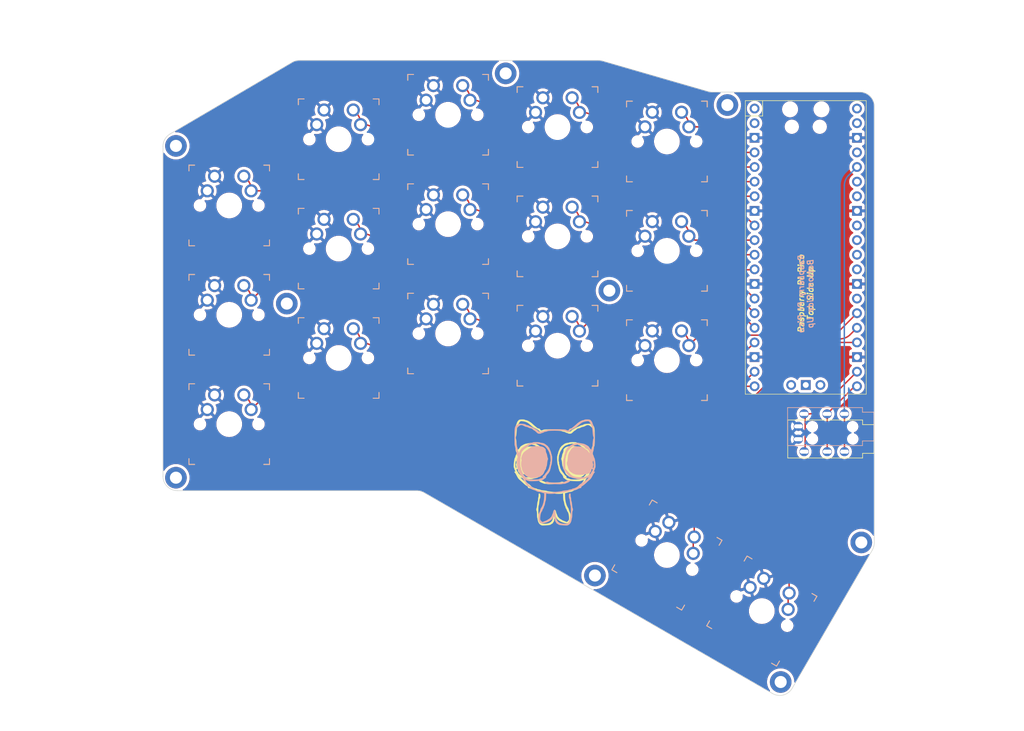
<source format=kicad_pcb>
(kicad_pcb (version 20240108) (generator "pcbnew") (generator_version "8.0")
  (title_block (title "Eobard Split Keyboard") (date "2024-11-07") (rev "1.0") (company "by primevivian"))
  (layers (0 "F.Cu" signal) (31 "B.Cu" signal) (34 "B.Paste" user) (35 "F.Paste" user) (36 "B.SilkS" user "B.Silkscreen") (37 "F.SilkS" user "F.Silkscreen") (38 "B.Mask" user) (39 "F.Mask" user) (44 "Edge.Cuts" user))
  (net 0 "")
  (net 1 "SW1")
  (net 2 "SW2")
  (net 3 "SW3")
  (net 4 "SW4")
  (net 5 "SW5")
  (net 6 "SW6")
  (net 7 "SW7")
  (net 8 "SW8")
  (net 9 "SW9")
  (net 10 "SW10")
  (net 11 "SW11")
  (net 12 "SW12")
  (net 13 "SW13")
  (net 14 "SW14")
  (net 15 "SW15")
  (net 16 "SW16")
  (net 17 "SW17")
  (net 18 "GND")
  (net 19 "UART RX")
  (net 20 "UART TX")
  (net 21 "VCC")
  (footprint "keyswitches:SW_MX_reversible" (layer "F.Cu") (at 109.5 52.695)
    (property "Reference" "SW2" (hide yes))
    (property "Value" "SW_SPST")
    (pad "" np_thru_hole circle (at -5.08 0) (size 1.7018 1.7018) (drill 1.7018) (layers "*.Cu" "*.Mask"))
    (pad "" np_thru_hole circle (at 0 0) (size 3.9878 3.9878) (drill 3.9878) (layers "*.Cu" "*.Mask"))
    (pad "" np_thru_hole circle (at 5.08 0) (size 1.7018 1.7018) (drill 1.7018) (layers "*.Cu" "*.Mask"))
    (pad "1" thru_hole circle (at -3.81 -2.54) (size 2.286 2.286) (drill 1.4986) (layers "*.Cu" "*.Mask") (net 18 "GND"))
    (pad "1" thru_hole circle (at -2.54 -5.08) (size 2.286 2.286) (drill 1.4986) (layers "*.Cu" "*.Mask") (net 18 "GND"))
    (pad "2" thru_hole circle (at 2.54 -5.08) (size 2.286 2.286) (drill 1.4986) (layers "*.Cu" "*.Mask") (net 2 "SW2"))
    (pad "2" thru_hole circle (at 3.81 -2.54) (size 2.286 2.286) (drill 1.4986) (layers "*.Cu" "*.Mask") (net 2 "SW2"))
  )
  (footprint "keyswitches:SW_MX_reversible" (layer "F.Cu") (at 128.5 67.445)
    (property "Reference" "SW8" (hide yes))
    (property "Value" "SW_SPST")
    (pad "" np_thru_hole circle (at -5.08 0) (size 1.7018 1.7018) (drill 1.7018) (layers "*.Cu" "*.Mask"))
    (pad "" np_thru_hole circle (at 0 0) (size 3.9878 3.9878) (drill 3.9878) (layers "*.Cu" "*.Mask"))
    (pad "" np_thru_hole circle (at 5.08 0) (size 1.7018 1.7018) (drill 1.7018) (layers "*.Cu" "*.Mask"))
    (pad "1" thru_hole circle (at -3.81 -2.54) (size 2.286 2.286) (drill 1.4986) (layers "*.Cu" "*.Mask") (net 18 "GND"))
    (pad "1" thru_hole circle (at -2.54 -5.08) (size 2.286 2.286) (drill 1.4986) (layers "*.Cu" "*.Mask") (net 18 "GND"))
    (pad "2" thru_hole circle (at 2.54 -5.08) (size 2.286 2.286) (drill 1.4986) (layers "*.Cu" "*.Mask") (net 8 "SW8"))
    (pad "2" thru_hole circle (at 3.81 -2.54) (size 2.286 2.286) (drill 1.4986) (layers "*.Cu" "*.Mask") (net 8 "SW8"))
  )
  (footprint "keyswitches:SW_MX_reversible" (layer "F.Cu") (at 109.5 71.695)
    (property "Reference" "SW7" (hide yes))
    (property "Value" "SW_SPST")
    (pad "" np_thru_hole circle (at -5.08 0) (size 1.7018 1.7018) (drill 1.7018) (layers "*.Cu" "*.Mask"))
    (pad "" np_thru_hole circle (at 0 0) (size 3.9878 3.9878) (drill 3.9878) (layers "*.Cu" "*.Mask"))
    (pad "" np_thru_hole circle (at 5.08 0) (size 1.7018 1.7018) (drill 1.7018) (layers "*.Cu" "*.Mask"))
    (pad "1" thru_hole circle (at -3.81 -2.54) (size 2.286 2.286) (drill 1.4986) (layers "*.Cu" "*.Mask") (net 18 "GND"))
    (pad "1" thru_hole circle (at -2.54 -5.08) (size 2.286 2.286) (drill 1.4986) (layers "*.Cu" "*.Mask") (net 18 "GND"))
    (pad "2" thru_hole circle (at 2.54 -5.08) (size 2.286 2.286) (drill 1.4986) (layers "*.Cu" "*.Mask") (net 7 "SW7"))
    (pad "2" thru_hole circle (at 3.81 -2.54) (size 2.286 2.286) (drill 1.4986) (layers "*.Cu" "*.Mask") (net 7 "SW7"))
  )
  (footprint "keyswitches:SW_MX_reversible" (layer "F.Cu") (at 166.5 91.08)
    (property "Reference" "SW15" (hide yes))
    (property "Value" "SW_SPST")
    (pad "" np_thru_hole circle (at -5.08 0) (size 1.7018 1.7018) (drill 1.7018) (layers "*.Cu" "*.Mask"))
    (pad "" np_thru_hole circle (at 0 0) (size 3.9878 3.9878) (drill 3.9878) (layers "*.Cu" "*.Mask"))
    (pad "" np_thru_hole circle (at 5.08 0) (size 1.7018 1.7018) (drill 1.7018) (layers "*.Cu" "*.Mask"))
    (pad "1" thru_hole circle (at -3.81 -2.54) (size 2.286 2.286) (drill 1.4986) (layers "*.Cu" "*.Mask") (net 18 "GND"))
    (pad "1" thru_hole circle (at -2.54 -5.08) (size 2.286 2.286) (drill 1.4986) (layers "*.Cu" "*.Mask") (net 18 "GND"))
    (pad "2" thru_hole circle (at 2.54 -5.08) (size 2.286 2.286) (drill 1.4986) (layers "*.Cu" "*.Mask") (net 15 "SW15"))
    (pad "2" thru_hole circle (at 3.81 -2.54) (size 2.286 2.286) (drill 1.4986) (layers "*.Cu" "*.Mask") (net 15 "SW15"))
  )
  (footprint "keyswitches:SW_MX_reversible" (layer "F.Cu") (at 147.5 88.57)
    (property "Reference" "SW14" (hide yes))
    (property "Value" "SW_SPST")
    (pad "" np_thru_hole circle (at -5.08 0) (size 1.7018 1.7018) (drill 1.7018) (layers "*.Cu" "*.Mask"))
    (pad "" np_thru_hole circle (at 0 0) (size 3.9878 3.9878) (drill 3.9878) (layers "*.Cu" "*.Mask"))
    (pad "" np_thru_hole circle (at 5.08 0) (size 1.7018 1.7018) (drill 1.7018) (layers "*.Cu" "*.Mask"))
    (pad "1" thru_hole circle (at -3.81 -2.54) (size 2.286 2.286) (drill 1.4986) (layers "*.Cu" "*.Mask") (net 18 "GND"))
    (pad "1" thru_hole circle (at -2.54 -5.08) (size 2.286 2.286) (drill 1.4986) (layers "*.Cu" "*.Mask") (net 18 "GND"))
    (pad "2" thru_hole circle (at 2.54 -5.08) (size 2.286 2.286) (drill 1.4986) (layers "*.Cu" "*.Mask") (net 14 "SW14"))
    (pad "2" thru_hole circle (at 3.81 -2.54) (size 2.286 2.286) (drill 1.4986) (layers "*.Cu" "*.Mask") (net 14 "SW14"))
  )
  (footprint "keyswitches:SW_MX_reversible" (layer "F.Cu") (at 147.5 50.57)
    (property "Reference" "SW4" (hide yes))
    (property "Value" "SW_SPST")
    (pad "" np_thru_hole circle (at -5.08 0) (size 1.7018 1.7018) (drill 1.7018) (layers "*.Cu" "*.Mask"))
    (pad "" np_thru_hole circle (at 0 0) (size 3.9878 3.9878) (drill 3.9878) (layers "*.Cu" "*.Mask"))
    (pad "" np_thru_hole circle (at 5.08 0) (size 1.7018 1.7018) (drill 1.7018) (layers "*.Cu" "*.Mask"))
    (pad "1" thru_hole circle (at -3.81 -2.54) (size 2.286 2.286) (drill 1.4986) (layers "*.Cu" "*.Mask") (net 18 "GND"))
    (pad "1" thru_hole circle (at -2.54 -5.08) (size 2.286 2.286) (drill 1.4986) (layers "*.Cu" "*.Mask") (net 18 "GND"))
    (pad "2" thru_hole circle (at 2.54 -5.08) (size 2.286 2.286) (drill 1.4986) (layers "*.Cu" "*.Mask") (net 4 "SW4"))
    (pad "2" thru_hole circle (at 3.81 -2.54) (size 2.286 2.286) (drill 1.4986) (layers "*.Cu" "*.Mask") (net 4 "SW4"))
  )
  (footprint "keyswitches:SW_MX_reversible" (layer "F.Cu") (at 147.5 69.57)
    (property "Reference" "SW9" (hide yes))
    (property "Value" "SW_SPST")
    (pad "" np_thru_hole circle (at -5.08 0) (size 1.7018 1.7018) (drill 1.7018) (layers "*.Cu" "*.Mask"))
    (pad "" np_thru_hole circle (at 0 0) (size 3.9878 3.9878) (drill 3.9878) (layers "*.Cu" "*.Mask"))
    (pad "" np_thru_hole circle (at 5.08 0) (size 1.7018 1.7018) (drill 1.7018) (layers "*.Cu" "*.Mask"))
    (pad "1" thru_hole circle (at -3.81 -2.54) (size 2.286 2.286) (drill 1.4986) (layers "*.Cu" "*.Mask") (net 18 "GND"))
    (pad "1" thru_hole circle (at -2.54 -5.08) (size 2.286 2.286) (drill 1.4986) (layers "*.Cu" "*.Mask") (net 18 "GND"))
    (pad "2" thru_hole circle (at 2.54 -5.08) (size 2.286 2.286) (drill 1.4986) (layers "*.Cu" "*.Mask") (net 9 "SW9"))
    (pad "2" thru_hole circle (at 3.81 -2.54) (size 2.286 2.286) (drill 1.4986) (layers "*.Cu" "*.Mask") (net 9 "SW9"))
  )
  (footprint "PJ-320A_Library:PJ-320A" (layer "F.Cu") (at 202.477 106.975 180)
    (property "Reference" "J1" (hide yes))
    (property "Value" "UART JACK LEFT")
    (pad "" np_thru_hole circle (at 3.7 2.2 180) (size 1.5 1.5) (drill 1.5) (layers "*.Cu"))
    (pad "" np_thru_hole circle (at 10.7 2.2 180) (size 1.5 1.5) (drill 1.5) (layers "*.Cu"))
    (pad "R1" thru_hole circle (at 12.15 0 180) (size 1.6 1.6) (drill oval 1.5 0.7) (layers "*.Cu" "*.Mask") (net 20 "UART TX"))
    (pad "R2" thru_hole circle (at 8.15 0 180) (size 1.6 1.6) (drill oval 1.5 0.7) (layers "*.Cu" "*.Mask") (net 19 "UART RX"))
    (pad "S" thru_hole circle (at 5.15 0 180) (size 1.6 1.6) (drill oval 1.5 0.7) (layers "*.Cu" "*.Mask") (net 21 "VCC"))
    (pad "T" thru_hole circle (at 13.15 4.4 180) (size 1.6 1.6) (drill oval 1.5 0.7) (layers "*.Cu" "*.Mask") (net 18 "GND"))
  )
  (footprint "keyswitches:SW_MX_reversible" (layer "F.Cu") (at 182.976 134.673 -30)
    (property "Reference" "SW17" (hide yes))
    (property "Value" "SW_SPST")
    (pad "" np_thru_hole circle (at -5.08 0 330) (size 1.7018 1.7018) (drill 1.7018) (layers "*.Cu" "*.Mask"))
    (pad "" np_thru_hole circle (at 0 0 330) (size 3.9878 3.9878) (drill 3.9878) (layers "*.Cu" "*.Mask"))
    (pad "" np_thru_hole circle (at 5.08 0 330) (size 1.7018 1.7018) (drill 1.7018) (layers "*.Cu" "*.Mask"))
    (pad "1" thru_hole circle (at -3.81 -2.54 330) (size 2.286 2.286) (drill 1.4986) (layers "*.Cu" "*.Mask") (net 18 "GND"))
    (pad "1" thru_hole circle (at -2.54 -5.08 330) (size 2.286 2.286) (drill 1.4986) (layers "*.Cu" "*.Mask") (net 18 "GND"))
    (pad "2" thru_hole circle (at 2.54 -5.08 330) (size 2.286 2.286) (drill 1.4986) (layers "*.Cu" "*.Mask") (net 17 "SW17"))
    (pad "2" thru_hole circle (at 3.81 -2.540001 330) (size 2.286 2.286) (drill 1.4986) (layers "*.Cu" "*.Mask") (net 17 "SW17"))
  )
  (footprint "keyswitches:SW_MX_reversible" (layer "F.Cu") (at 90.5 64.195)
    (property "Reference" "SW1" (hide yes))
    (property "Value" "SW_SPST")
    (pad "" np_thru_hole circle (at -5.08 0) (size 1.7018 1.7018) (drill 1.7018) (layers "*.Cu" "*.Mask"))
    (pad "" np_thru_hole circle (at 0 0) (size 3.9878 3.9878) (drill 3.9878) (layers "*.Cu" "*.Mask"))
    (pad "" np_thru_hole circle (at 5.08 0) (size 1.7018 1.7018) (drill 1.7018) (layers "*.Cu" "*.Mask"))
    (pad "1" thru_hole circle (at -3.81 -2.54) (size 2.286 2.286) (drill 1.4986) (layers "*.Cu" "*.Mask") (net 18 "GND"))
    (pad "1" thru_hole circle (at -2.54 -5.08) (size 2.286 2.286) (drill 1.4986) (layers "*.Cu" "*.Mask") (net 18 "GND"))
    (pad "2" thru_hole circle (at 2.54 -5.08) (size 2.286 2.286) (drill 1.4986) (layers "*.Cu" "*.Mask") (net 1 "SW1"))
    (pad "2" thru_hole circle (at 3.81 -2.54) (size 2.286 2.286) (drill 1.4986) (layers "*.Cu" "*.Mask") (net 1 "SW1"))
  )
  (footprint "keyswitches:SW_MX_reversible" (layer "F.Cu") (at 90.5 83.195)
    (property "Reference" "SW6" (hide yes))
    (property "Value" "SW_SPST")
    (pad "" np_thru_hole circle (at -5.08 0) (size 1.7018 1.7018) (drill 1.7018) (layers "*.Cu" "*.Mask"))
    (pad "" np_thru_hole circle (at 0 0) (size 3.9878 3.9878) (drill 3.9878) (layers "*.Cu" "*.Mask"))
    (pad "" np_thru_hole circle (at 5.08 0) (size 1.7018 1.7018) (drill 1.7018) (layers "*.Cu" "*.Mask"))
    (pad "1" thru_hole circle (at -3.81 -2.54) (size 2.286 2.286) (drill 1.4986) (layers "*.Cu" "*.Mask") (net 18 "GND"))
    (pad "1" thru_hole circle (at -2.54 -5.08) (size 2.286 2.286) (drill 1.4986) (layers "*.Cu" "*.Mask") (net 18 "GND"))
    (pad "2" thru_hole circle (at 2.54 -5.08) (size 2.286 2.286) (drill 1.4986) (layers "*.Cu" "*.Mask") (net 6 "SW6"))
    (pad "2" thru_hole circle (at 3.81 -2.54) (size 2.286 2.286) (drill 1.4986) (layers "*.Cu" "*.Mask") (net 6 "SW6"))
  )
  (footprint "keyswitches:SW_MX_reversible" (layer "F.Cu") (at 109.5 90.695)
    (property "Reference" "SW12" (hide yes))
    (property "Value" "SW_SPST")
    (pad "" np_thru_hole circle (at -5.08 0) (size 1.7018 1.7018) (drill 1.7018) (layers "*.Cu" "*.Mask"))
    (pad "" np_thru_hole circle (at 0 0) (size 3.9878 3.9878) (drill 3.9878) (layers "*.Cu" "*.Mask"))
    (pad "" np_thru_hole circle (at 5.08 0) (size 1.7018 1.7018) (drill 1.7018) (layers "*.Cu" "*.Mask"))
    (pad "1" thru_hole circle (at -3.81 -2.54) (size 2.286 2.286) (drill 1.4986) (layers "*.Cu" "*.Mask") (net 18 "GND"))
    (pad "1" thru_hole circle (at -2.54 -5.08) (size 2.286 2.286) (drill 1.4986) (layers "*.Cu" "*.Mask") (net 18 "GND"))
    (pad "2" thru_hole circle (at 2.54 -5.08) (size 2.286 2.286) (drill 1.4986) (layers "*.Cu" "*.Mask") (net 12 "SW12"))
    (pad "2" thru_hole circle (at 3.81 -2.54) (size 2.286 2.286) (drill 1.4986) (layers "*.Cu" "*.Mask") (net 12 "SW12"))
  )
  (footprint "keyswitches:SW_MX_reversible" (layer "F.Cu") (at 166.5 72.08)
    (property "Reference" "SW10" (hide yes))
    (property "Value" "SW_SPST")
    (pad "" np_thru_hole circle (at -5.08 0) (size 1.7018 1.7018) (drill 1.7018) (layers "*.Cu" "*.Mask"))
    (pad "" np_thru_hole circle (at 0 0) (size 3.9878 3.9878) (drill 3.9878) (layers "*.Cu" "*.Mask"))
    (pad "" np_thru_hole circle (at 5.08 0) (size 1.7018 1.7018) (drill 1.7018) (layers "*.Cu" "*.Mask"))
    (pad "1" thru_hole circle (at -3.81 -2.54) (size 2.286 2.286) (drill 1.4986) (layers "*.Cu" "*.Mask") (net 18 "GND"))
    (pad "1" thru_hole circle (at -2.54 -5.08) (size 2.286 2.286) (drill 1.4986) (layers "*.Cu" "*.Mask") (net 18 "GND"))
    (pad "2" thru_hole circle (at 2.54 -5.08) (size 2.286 2.286) (drill 1.4986) (layers "*.Cu" "*.Mask") (net 10 "SW10"))
    (pad "2" thru_hole circle (at 3.81 -2.54) (size 2.286 2.286) (drill 1.4986) (layers "*.Cu" "*.Mask") (net 10 "SW10"))
  )
  (footprint "keyswitches:SW_MX_reversible" (layer "F.Cu") (at 128.5 86.445)
    (property "Reference" "SW13" (hide yes))
    (property "Value" "SW_SPST")
    (pad "" np_thru_hole circle (at -5.08 0) (size 1.7018 1.7018) (drill 1.7018) (layers "*.Cu" "*.Mask"))
    (pad "" np_thru_hole circle (at 0 0) (size 3.9878 3.9878) (drill 3.9878) (layers "*.Cu" "*.Mask"))
    (pad "" np_thru_hole circle (at 5.08 0) (size 1.7018 1.7018) (drill 1.7018) (layers "*.Cu" "*.Mask"))
    (pad "1" thru_hole circle (at -3.81 -2.54) (size 2.286 2.286) (drill 1.4986) (layers "*.Cu" "*.Mask") (net 18 "GND"))
    (pad "1" thru_hole circle (at -2.54 -5.08) (size 2.286 2.286) (drill 1.4986) (layers "*.Cu" "*.Mask") (net 18 "GND"))
    (pad "2" thru_hole circle (at 2.54 -5.08) (size 2.286 2.286) (drill 1.4986) (layers "*.Cu" "*.Mask") (net 13 "SW13"))
    (pad "2" thru_hole circle (at 3.81 -2.54) (size 2.286 2.286) (drill 1.4986) (layers "*.Cu" "*.Mask") (net 13 "SW13"))
  )
  (footprint "Eobard-SVG-Files:ADHD-Creature" (layer "F.Cu") (at 147 110)
    (property "Reference" "G***" (hide yes))
    (property "Value" "LOGO" (hide yes))
  )
  (footprint "MCU_RaspberryPi_and_Boards:RPi_Pico_SMD_TH" (layer "F.Cu") (at 190.61 71.49)
    (property "Reference" "U1" (hide yes))
    (property "Value" "Pico")
    (pad "" np_thru_hole oval (at -2.725 -24) (size 1.8 1.8) (drill 1.8) (layers "*.Cu" "*.Mask"))
    (pad "" np_thru_hole oval (at -2.425 -20.97) (size 1.5 1.5) (drill 1.5) (layers "*.Cu" "*.Mask"))
    (pad "" np_thru_hole oval (at 2.425 -20.97) (size 1.5 1.5) (drill 1.5) (layers "*.Cu" "*.Mask"))
    (pad "" np_thru_hole oval (at 2.725 -24) (size 1.8 1.8) (drill 1.8) (layers "*.Cu" "*.Mask"))
    (pad "1" thru_hole oval (at -8.89 -24.13) (size 1.7 1.7) (drill 1.02) (layers "*.Cu" "*.Mask"))
    (pad "2" thru_hole oval (at -8.89 -21.59) (size 1.7 1.7) (drill 1.02) (layers "*.Cu" "*.Mask"))
    (pad "3" thru_hole rect (at -8.89 -19.05) (size 1.7 1.7) (drill 1.02) (layers "*.Cu" "*.Mask") (net 18 "GND"))
    (pad "4" thru_hole oval (at -8.89 -16.51) (size 1.7 1.7) (drill 1.02) (layers "*.Cu" "*.Mask") (net 5 "SW5"))
    (pad "5" thru_hole oval (at -8.89 -13.97) (size 1.7 1.7) (drill 1.02) (layers "*.Cu" "*.Mask") (net 4 "SW4"))
    (pad "6" thru_hole oval (at -8.89 -11.43) (size 1.7 1.7) (drill 1.02) (layers "*.Cu" "*.Mask") (net 3 "SW3"))
    (pad "7" thru_hole oval (at -8.89 -8.89) (size 1.7 1.7) (drill 1.02) (layers "*.Cu" "*.Mask") (net 2 "SW2"))
    (pad "8" thru_hole rect (at -8.89 -6.35) (size 1.7 1.7) (drill 1.02) (layers "*.Cu" "*.Mask") (net 18 "GND"))
    (pad "9" thru_hole oval (at -8.89 -3.81) (size 1.7 1.7) (drill 1.02) (layers "*.Cu" "*.Mask") (net 1 "SW1"))
    (pad "10" thru_hole oval (at -8.89 -1.27) (size 1.7 1.7) (drill 1.02) (layers "*.Cu" "*.Mask") (net 10 "SW10"))
    (pad "11" thru_hole oval (at -8.89 1.27) (size 1.7 1.7) (drill 1.02) (layers "*.Cu" "*.Mask") (net 9 "SW9"))
    (pad "12" thru_hole oval (at -8.89 3.81) (size 1.7 1.7) (drill 1.02) (layers "*.Cu" "*.Mask") (net 8 "SW8"))
    (pad "13" thru_hole rect (at -8.89 6.35) (size 1.7 1.7) (drill 1.02) (layers "*.Cu" "*.Mask") (net 18 "GND"))
    (pad "14" thru_hole oval (at -8.89 8.89) (size 1.7 1.7) (drill 1.02) (layers "*.Cu" "*.Mask") (net 7 "SW7"))
    (pad "15" thru_hole oval (at -8.89 11.43) (size 1.7 1.7) (drill 1.02) (layers "*.Cu" "*.Mask") (net 6 "SW6"))
    (pad "16" thru_hole oval (at -8.89 13.97) (size 1.7 1.7) (drill 1.02) (layers "*.Cu" "*.Mask") (net 14 "SW14"))
    (pad "17" thru_hole oval (at -8.89 16.51) (size 1.7 1.7) (drill 1.02) (layers "*.Cu" "*.Mask") (net 13 "SW13"))
    (pad "18" thru_hole rect (at -8.89 19.05) (size 1.7 1.7) (drill 1.02) (layers "*.Cu" "*.Mask") (net 18 "GND"))
    (pad "19" thru_hole oval (at -8.89 21.59) (size 1.7 1.7) (drill 1.02) (layers "*.Cu" "*.Mask") (net 12 "SW12"))
    (pad "20" thru_hole oval (at -8.89 24.13) (size 1.7 1.7) (drill 1.02) (layers "*.Cu" "*.Mask") (net 11 "SW11"))
    (pad "21" thru_hole oval (at 8.89 24.13) (size 1.7 1.7) (drill 1.02) (layers "*.Cu" "*.Mask") (net 19 "UART RX"))
    (pad "22" thru_hole oval (at 8.89 21.59) (size 1.7 1.7) (drill 1.02) (layers "*.Cu" "*.Mask") (net 20 "UART TX"))
    (pad "23" thru_hole rect (at 8.89 19.05) (size 1.7 1.7) (drill 1.02) (layers "*.Cu" "*.Mask") (net 18 "GND"))
    (pad "24" thru_hole oval (at 8.89 16.51) (size 1.7 1.7) (drill 1.02) (layers "*.Cu" "*.Mask") (net 17 "SW17"))
    (pad "25" thru_hole oval (at 8.89 13.97) (size 1.7 1.7) (drill 1.02) (layers "*.Cu" "*.Mask") (net 16 "SW16"))
    (pad "26" thru_hole oval (at 8.89 11.43) (size 1.7 1.7) (drill 1.02) (layers "*.Cu" "*.Mask") (net 15 "SW15"))
    (pad "27" thru_hole oval (at 8.89 8.89) (size 1.7 1.7) (drill 1.02) (layers "*.Cu" "*.Mask"))
    (pad "28" thru_hole rect (at 8.89 6.35) (size 1.7 1.7) (drill 1.02) (layers "*.Cu" "*.Mask") (net 18 "GND"))
    (pad "29" thru_hole oval (at 8.89 3.81) (size 1.7 1.7) (drill 1.02) (layers "*.Cu" "*.Mask"))
    (pad "30" thru_hole oval (at 8.89 1.27) (size 1.7 1.7) (drill 1.02) (layers "*.Cu" "*.Mask"))
    (pad "31" thru_hole oval (at 8.89 -1.27) (size 1.7 1.7) (drill 1.02) (layers "*.Cu" "*.Mask"))
    (pad "32" thru_hole oval (at 8.89 -3.81) (size 1.7 1.7) (drill 1.02) (layers "*.Cu" "*.Mask"))
    (pad "33" thru_hole rect (at 8.89 -6.35) (size 1.7 1.7) (drill 1.02) (layers "*.Cu" "*.Mask") (net 18 "GND"))
    (pad "34" thru_hole oval (at 8.89 -8.89) (size 1.7 1.7) (drill 1.02) (layers "*.Cu" "*.Mask"))
    (pad "35" thru_hole oval (at 8.89 -11.43) (size 1.7 1.7) (drill 1.02) (layers "*.Cu" "*.Mask"))
    (pad "36" thru_hole oval (at 8.89 -13.97) (size 1.7 1.7) (drill 1.02) (layers "*.Cu" "*.Mask") (net 21 "VCC"))
    (pad "37" thru_hole oval (at 8.89 -16.51) (size 1.7 1.7) (drill 1.02) (layers "*.Cu" "*.Mask"))
    (pad "38" thru_hole rect (at 8.89 -19.05) (size 1.7 1.7) (drill 1.02) (layers "*.Cu" "*.Mask") (net 18 "GND"))
    (pad "39" thru_hole oval (at 8.89 -21.59) (size 1.7 1.7) (drill 1.02) (layers "*.Cu" "*.Mask"))
    (pad "40" thru_hole oval (at 8.89 -24.13) (size 1.7 1.7) (drill 1.02) (layers "*.Cu" "*.Mask"))
    (pad "41" thru_hole oval (at -2.54 23.9) (size 1.7 1.7) (drill 1.02) (layers "*.Cu" "*.Mask"))
    (pad "42" thru_hole rect (at 0 23.9) (size 1.7 1.7) (drill 1.02) (layers "*.Cu" "*.Mask"))
    (pad "43" thru_hole oval (at 2.54 23.9) (size 1.7 1.7) (drill 1.02) (layers "*.Cu" "*.Mask"))
  )
  (footprint "keyswitches:SW_MX_reversible" (layer "F.Cu") (at 166.5 124.94 -30)
    (property "Reference" "SW16" (hide yes))
    (property "Value" "SW_SPST")
    (pad "" np_thru_hole circle (at -5.08 0 330) (size 1.7018 1.7018) (drill 1.7018) (layers "*.Cu" "*.Mask"))
    (pad "" np_thru_hole circle (at 0 0 330) (size 3.9878 3.9878) (drill 3.9878) (layers "*.Cu" "*.Mask"))
    (pad "" np_thru_hole circle (at 5.08 0 330) (size 1.7018 1.7018) (drill 1.7018) (layers "*.Cu" "*.Mask"))
    (pad "1" thru_hole circle (at -3.81 -2.54 330) (size 2.286 2.286) (drill 1.4986) (layers "*.Cu" "*.Mask") (net 18 "GND"))
    (pad "1" thru_hole circle (at -2.54 -5.08 330) (size 2.286 2.286) (drill 1.4986) (layers "*.Cu" "*.Mask") (net 18 "GND"))
    (pad "2" thru_hole circle (at 2.54 -5.08 330) (size 2.286 2.286) (drill 1.4986) (layers "*.Cu" "*.Mask") (net 16 "SW16"))
    (pad "2" thru_hole circle (at 3.81 -2.540001 330) (size 2.286 2.286) (drill 1.4986) (layers "*.Cu" "*.Mask") (net 16 "SW16"))
  )
  (footprint "keyswitches:SW_MX_reversible" (layer "F.Cu") (at 90.5 102.195)
    (property "Reference" "SW11" (hide yes))
    (property "Value" "SW_SPST")
    (pad "" np_thru_hole circle (at -5.08 0) (size 1.7018 1.7018) (drill 1.7018) (layers "*.Cu" "*.Mask"))
    (pad "" np_thru_hole circle (at 0 0) (size 3.9878 3.9878) (drill 3.9878) (layers "*.Cu" "*.Mask"))
    (pad "" np_thru_hole circle (at 5.08 0) (size 1.7018 1.7018) (drill 1.7018) (layers "*.Cu" "*.Mask"))
    (pad "1" thru_hole circle (at -3.81 -2.54) (size 2.286 2.286) (drill 1.4986) (layers "*.Cu" "*.Mask") (net 18 "GND"))
    (pad "1" thru_hole circle (at -2.54 -5.08) (size 2.286 2.286) (drill 1.4986) (layers "*.Cu" "*.Mask") (net 18 "GND"))
    (pad "2" thru_hole circle (at 2.54 -5.08) (size 2.286 2.286) (drill 1.4986) (layers "*.Cu" "*.Mask") (net 11 "SW11"))
    (pad "2" thru_hole circle (at 3.81 -2.54) (size 2.286 2.286) (drill 1.4986) (layers "*.Cu" "*.Mask") (net 11 "SW11"))
  )
  (footprint "keyswitches:SW_MX_reversible" (layer "F.Cu") (at 128.5 48.445)
    (property "Reference" "SW3" (hide yes))
    (property "Value" "SW_SPST")
    (pad "" np_thru_hole circle (at -5.08 0) (size 1.7018 1.7018) (drill 1.7018) (layers "*.Cu" "*.Mask"))
    (pad "" np_thru_hole circle (at 0 0) (size 3.9878 3.9878) (drill 3.9878) (layers "*.Cu" "*.Mask"))
    (pad "" np_thru_hole circle (at 5.08 0) (size 1.7018 1.7018) (drill 1.7018) (layers "*.Cu" "*.Mask"))
    (pad "1" thru_hole circle (at -3.81 -2.54) (size 2.286 2.286) (drill 1.4986) (layers "*.Cu" "*.Mask") (net 18 "GND"))
    (pad "1" thru_hole circle (at -2.54 -5.08) (size 2.286 2.286) (drill 1.4986) (layers "*.Cu" "*.Mask") (net 18 "GND"))
    (pad "2" thru_hole circle (at 2.54 -5.08) (size 2.286 2.286) (drill 1.4986) (layers "*.Cu" "*.Mask") (net 3 "SW3"))
    (pad "2" thru_hole circle (at 3.81 -2.54) (size 2.286 2.286) (drill 1.4986) (layers "*.Cu" "*.Mask") (net 3 "SW3"))
  )
  (footprint "keyswitches:SW_MX_reversible" (layer "F.Cu") (at 166.5 53.08)
    (property "Reference" "SW5" (hide yes))
    (property "Value" "SW_SPST")
    (pad "" np_thru_hole circle (at -5.08 0) (size 1.7018 1.7018) (drill 1.7018) (layers "*.Cu" "*.Mask"))
    (pad "" np_thru_hole circle (at 0 0) (size 3.9878 3.9878) (drill 3.9878) (layers "*.Cu" "*.Mask"))
    (pad "" np_thru_hole circle (at 5.08 0) (size 1.7018 1.7018) (drill 1.7018) (layers "*.Cu" "*.Mask"))
    (pad "1" thru_hole circle (at -3.81 -2.54) (size 2.286 2.286) (drill 1.4986) (layers "*.Cu" "*.Mask") (net 18 "GND"))
    (pad "1" thru_hole circle (at -2.54 -5.08) (size 2.286 2.286) (drill 1.4986) (layers "*.Cu" "*.Mask") (net 18 "GND"))
    (pad "2" thru_hole circle (at 2.54 -5.08) (size 2.286 2.286) (drill 1.4986) (layers "*.Cu" "*.Mask") (net 5 "SW5"))
    (pad "2" thru_hole circle (at 3.81 -2.54) (size 2.286 2.286) (drill 1.4986) (layers "*.Cu" "*.Mask") (net 5 "SW5"))
  )
  (footprint "Eobard-SVG-Files:ADHD-Creature" (layer "B.Cu") (at 147 110 180)
    (property "Reference" "G***" (hide yes))
    (property "Value" "LOGO" (hide yes))
  )
  (footprint "PJ-320A_Library:PJ-320A" (layer "B.Cu") (at 202.455 100.416 180)
    (property "Reference" "J3" (hide yes))
    (property "Value" "UART Jack Right")
    (pad "" np_thru_hole circle (at 3.7 -2.2 180) (size 1.5 1.5) (drill 1.5) (layers "*.Cu"))
    (pad "" np_thru_hole circle (at 10.7 -2.2 180) (size 1.5 1.5) (drill 1.5) (layers "*.Cu"))
    (pad "R1" thru_hole circle (at 12.15 0 180) (size 1.6 1.6) (drill oval 1.5 0.7) (layers "*.Cu" "*.Mask") (net 20 "UART TX"))
    (pad "R2" thru_hole circle (at 8.15 0 180) (size 1.6 1.6) (drill oval 1.5 0.7) (layers "*.Cu" "*.Mask") (net 19 "UART RX"))
    (pad "S" thru_hole circle (at 5.15 0 180) (size 1.6 1.6) (drill oval 1.5 0.7) (layers "*.Cu" "*.Mask") (net 21 "VCC"))
    (pad "T" thru_hole circle (at 13.15 -4.4 180) (size 1.6 1.6) (drill oval 1.5 0.7) (layers "*.Cu" "*.Mask") (net 18 "GND"))
  )
  (gr_arc (start 101.413993 39.34396) (mid 102.023788 39.087521) (end 102.679495 39) (stroke (width 0.1)) (layer "Edge.Cuts"))
  (gr_line (start 174.354564 44.5) (end 200 44.5) (stroke (width 0.1)) (layer "Edge.Cuts"))
  (gr_line (start 81.5 113.75) (end 123.080404 113.75) (stroke (width 0.1)) (layer "Edge.Cuts"))
  (gr_line (start 80.234499 51.775403) (end 101.413993 39.34396) (stroke (width 0.1)) (layer "Edge.Cuts"))
  (gr_arc (start 79 53.931442) (mid 79.330451 52.689202) (end 80.234499 51.775403) (stroke (width 0.1)) (layer "Edge.Cuts"))
  (gr_line (start 184.838512 149.002659) (end 124.329957 114.084679) (stroke (width 0.1)) (layer "Edge.Cuts"))
  (gr_arc (start 123.080404 113.75) (mid 123.727202 113.835119) (end 124.329957 114.084679) (stroke (width 0.1)) (layer "Edge.Cuts"))
  (gr_line (start 79 111.25) (end 79 53.931442) (stroke (width 0.1)) (layer "Edge.Cuts"))
  (gr_line (start 102.679495 39) (end 154.645436 39) (stroke (width 0.1)) (layer "Edge.Cuts"))
  (gr_line (start 155.340581 39.098589) (end 173.659419 44.401411) (stroke (width 0.1)) (layer "Edge.Cuts"))
  (gr_arc (start 154.645436 39) (mid 154.996487 39.02477) (end 155.340581 39.098589) (stroke (width 0.1)) (layer "Edge.Cuts"))
  (gr_arc (start 202.5 122.828029) (mid 202.4143 123.476964) (end 202.163104 124.081417) (stroke (width 0.1)) (layer "Edge.Cuts"))
  (gr_line (start 188.251169 148.090724) (end 202.163104 124.081417) (stroke (width 0.1)) (layer "Edge.Cuts"))
  (gr_arc (start 174.354564 44.5) (mid 174.003513 44.47523) (end 173.659419 44.401411) (stroke (width 0.1)) (layer "Edge.Cuts"))
  (gr_arc (start 188.251169 148.090724) (mid 186.733474 149.25255) (end 184.838512 149.002659) (stroke (width 0.1)) (layer "Edge.Cuts"))
  (gr_arc (start 81.5 113.75) (mid 79.732233 113.017767) (end 79 111.25) (stroke (width 0.1)) (layer "Edge.Cuts"))
  (gr_line (start 202.5 47) (end 202.5 122.828029) (stroke (width 0.1)) (layer "Edge.Cuts"))
  (gr_arc (start 200 44.5) (mid 201.767767 45.232233) (end 202.5 47) (stroke (width 0.1)) (layer "Edge.Cuts"))
  (gr_text "Raspberry Pi Pico\nBottom Side Up" (at 192 79.5 90) (layer "B.SilkS") (effects (font (size 1 1) (thickness 0.2) (bold yes) (italic yes)) (justify bottom mirror)))
  (gr_text "Raspberry Pi Pico\nTop Side Up" (at 192 79.5 90) (layer "F.SilkS") (effects (font (size 1 1) (thickness 0.2) (bold yes) (italic yes)) (justify bottom)))
  (via (at 100.5 81.25) (size 3.75) (drill 2.1) (layers "F.Cu" "B.Cu") (net 0))
  (via (at 81.25 53.848) (size 3.75) (drill 2.1) (layers "F.Cu" "B.Cu") (net 0))
  (via (at 156.5 79) (size 3.75) (drill 2.1) (layers "F.Cu" "B.Cu") (net 0))
  (via (at 154 128.5) (size 3.75) (drill 2.1) (layers "F.Cu" "B.Cu") (net 0))
  (via (at 186.25 147) (size 3.75) (drill 2.1) (layers "F.Cu" "B.Cu") (net 0))
  (via (at 200.25 122.75) (size 3.75) (drill 2.1) (layers "F.Cu" "B.Cu") (net 0))
  (via (at 177 46.75) (size 3.75) (drill 2.1) (layers "F.Cu" "B.Cu") (net 0))
  (via (at 138.5 41.25) (size 3.75) (drill 2.1) (layers "F.Cu" "B.Cu") (net 0))
  (via (at 81.25 111.5) (size 3.75) (drill 2.1) (layers "F.Cu" "B.Cu") (net 0))
  (segment (start 107.177466 61.655) (end 94.427233 61.655) (width 0.25) (layer "F.Cu") (net 1))
  (segment (start 140.24194 53.56994) (end 139.162233 52.490233) (width 0.25) (layer "F.Cu") (net 1))
  (segment (start 94.31 61.537767) (end 94.31 61.420534) (width 0.25) (layer "F.Cu") (net 1))
  (segment (start 165.305025 62.317767) (end 158.021664 55.034406) (width 0.25) (layer "F.Cu") (net 1))
  (segment (start 137.394466 51.758) (end 119.145534 51.758) (width 0.25) (layer "F.Cu") (net 1))
  (segment (start 176.054466 63.05) (end 167.072792 63.05) (width 0.25) (layer "F.Cu") (net 1))
  (segment (start 142.009707 54.302173) (end 156.253897 54.302173) (width 0.25) (layer "F.Cu") (net 1))
  (segment (start 177.822233 63.782233) (end 181.72 67.68) (width 0.25) (layer "F.Cu") (net 1))
  (segment (start 117.377767 52.490233) (end 108.945233 60.922767) (width 0.25) (layer "F.Cu") (net 1))
  (segment (start 93.577767 59.652767) (end 93.04 59.115) (width 0.25) (layer "F.Cu") (net 1))
  (arc (start 176.054466 63.05) (mid 177.011175 63.240301) (end 177.822233 63.782233) (width 0.25) (layer "F.Cu") (net 1))
  (arc (start 156.253897 54.302173) (mid 157.210606 54.492474) (end 158.021664 55.034406) (width 0.25) (layer "F.Cu") (net 1))
  (arc (start 140.24194 53.56994) (mid 141.052998 54.111872) (end 142.009707 54.302173) (width 0.25) (layer "F.Cu") (net 1))
  (arc (start 93.577767 59.652767) (mid 94.119699 60.463825) (end 94.31 61.420534) (width 0.25) (layer "F.Cu") (net 1))
  (arc (start 94.31 61.537767) (mid 94.344336 61.620663) (end 94.427233 61.655) (width 0.25) (layer "F.Cu") (net 1))
  (arc (start 167.072792 63.05) (mid 166.116083 62.859699) (end 165.305025 62.317767) (width 0.25) (layer "F.Cu") (net 1))
  (arc (start 108.945233 60.922767) (mid 108.134175 61.464699) (end 107.177466 61.655) (width 0.25) (layer "F.Cu") (net 1))
  (arc (start 137.394466 51.758) (mid 138.351175 51.948301) (end 139.162233 52.490233) (width 0.25) (layer "F.Cu") (net 1))
  (arc (start 117.377767 52.490233) (mid 118.188825 51.948301) (end 119.145534 51.758) (width 0.25) (layer "F.Cu") (net 1))
  (segment (start 165.491421 61.867767) (end 158.20806 54.584406) (width 0.25) (layer "F.Cu") (net 2))
  (segment (start 113.31 50.037767) (end 113.31 49.920534) (width 0.25) (layer "F.Cu") (net 2))
  (segment (start 139.416233 52.040233) (end 140.49594 53.11994) (width 0.25) (layer "F.Cu") (net 2))
  (segment (start 167.259188 62.6) (end 181.72 62.6) (width 0.25) (layer "F.Cu") (net 2))
  (segment (start 156.440293 53.852173) (end 142.263707 53.852173) (width 0.25) (layer "F.Cu") (net 2))
  (segment (start 112.577767 48.152767) (end 112.04 47.615) (width 0.25) (layer "F.Cu") (net 2))
  (segment (start 137.648466 51.308) (end 116.376973 51.308) (width 0.25) (layer "F.Cu") (net 2))
  (segment (start 115.869062 51.097616) (end 115.658679 50.887233) (width 0.25) (layer "F.Cu") (net 2))
  (segment (start 113.427233 50.155) (end 113.890912 50.155) (width 0.25) (layer "F.Cu") (net 2))
  (arc (start 139.416233 52.040233) (mid 138.605175 51.498301) (end 137.648466 51.308) (width 0.25) (layer "F.Cu") (net 2))
  (arc (start 142.263707 53.852173) (mid 141.306998 53.661872) (end 140.49594 53.11994) (width 0.25) (layer "F.Cu") (net 2))
  (arc (start 115.869062 51.097616) (mid 116.102093 51.253322) (end 116.376973 51.308) (width 0.25) (layer "F.Cu") (net 2))
  (arc (start 167.259188 62.6) (mid 166.302479 62.409699) (end 165.491421 61.867767) (width 0.25) (layer "F.Cu") (net 2))
  (arc (start 113.31 50.037767) (mid 113.344336 50.120663) (end 113.427233 50.155) (width 0.25) (layer "F.Cu") (net 2))
  (arc (start 158.20806 54.584406) (mid 157.397002 54.042474) (end 156.440293 53.852173) (width 0.25) (layer "F.Cu") (net 2))
  (arc (start 113.31 49.920534) (mid 113.119699 48.963825) (end 112.577767 48.152767) (width 0.25) (layer "F.Cu") (net 2))
  (arc (start 113.890912 50.155) (mid 114.847621 50.345301) (end 115.658679 50.887233) (width 0.25) (layer "F.Cu") (net 2))
  (segment (start 142.39698 53.34) (end 156.564516 53.34) (width 0.25) (layer "F.Cu") (net 3))
  (segment (start 158.332283 54.072233) (end 163.587817 59.327767) (width 0.25) (layer "F.Cu") (net 3))
  (segment (start 134.658679 46.637233) (end 140.629213 52.607767) (width 0.25) (layer "F.Cu") (net 3))
  (segment (start 132.427233 45.905) (end 132.890912 45.905) (width 0.25) (layer "F.Cu") (net 3))
  (segment (start 165.355584 60.06) (end 181.72 60.06) (width 0.25) (layer "F.Cu") (net 3))
  (segment (start 132.31 45.787767) (end 132.31 45.670534) (width 0.25) (layer "F.Cu") (net 3))
  (segment (start 131.577767 43.902767) (end 131.04 43.365) (width 0.25) (layer "F.Cu") (net 3))
  (arc (start 165.355584 60.06) (mid 164.398875 59.869699) (end 163.587817 59.327767) (width 0.25) (layer "F.Cu") (net 3))
  (arc (start 132.427233 45.905) (mid 132.344336 45.870663) (end 132.31 45.787767) (width 0.25) (layer "F.Cu") (net 3))
  (arc (start 142.39698 53.34) (mid 141.440271 53.149699) (end 140.629213 52.607767) (width 0.25) (layer "F.Cu") (net 3))
  (arc (start 158.332283 54.072233) (mid 157.521225 53.530301) (end 156.564516 53.34) (width 0.25) (layer "F.Cu") (net 3))
  (arc (start 131.577767 43.902767) (mid 132.119699 44.713825) (end 132.31 45.670534) (width 0.25) (layer "F.Cu") (net 3))
  (arc (start 134.658679 46.637233) (mid 133.847621 46.095301) (end 132.890912 45.905) (width 0.25) (layer "F.Cu") (net 3))
  (segment (start 151.890912 48.03) (end 151.427233 48.03) (width 0.25) (layer "F.Cu") (net 4))
  (segment (start 151.31 47.912767) (end 151.31 47.795534) (width 0.25) (layer "F.Cu") (net 4))
  (segment (start 163.45198 57.52) (end 181.72 57.52) (width 0.25) (layer "F.Cu") (net 4))
  (segment (start 150.577767 46.027767) (end 150.04 45.49) (width 0.25) (layer "F.Cu") (net 4))
  (segment (start 161.684213 56.787767) (end 153.658679 48.762233) (width 0.25) (layer "F.Cu") (net 4))
  (arc (start 163.45198 57.52) (mid 162.495271 57.329699) (end 161.684213 56.787767) (width 0.25) (layer "F.Cu") (net 4))
  (arc (start 151.31 47.795534) (mid 151.119699 46.838825) (end 150.577767 46.027767) (width 0.25) (layer "F.Cu") (net 4))
  (arc (start 151.31 47.912767) (mid 151.344336 47.995663) (end 151.427233 48.03) (width 0.25) (layer "F.Cu") (net 4))
  (arc (start 153.658679 48.762233) (mid 152.847621 48.220301) (end 151.890912 48.03) (width 0.25) (layer "F.Cu") (net 4))
  (segment (start 171.678466 50.54) (end 170.31 50.54) (width 0.25) (layer "F.Cu") (net 5))
  (segment (start 181.72 54.98) (end 178.189534 54.98) (width 0.25) (layer "F.Cu") (net 5))
  (segment (start 169.577767 48.537767) (end 169.04 48) (width 0.25) (layer "F.Cu") (net 5))
  (segment (start 176.421767 54.247767) (end 173.446233 51.272233) (width 0.25) (layer "F.Cu") (net 5))
  (segment (start 170.31 50.305534) (end 170.31 50.422767) (width 0.25) (layer "F.Cu") (net 5))
  (arc (start 169.577767 48.537767) (mid 170.119699 49.348825) (end 170.31 50.305534) (width 0.25) (layer "F.Cu") (net 5))
  (arc (start 170.31 50.422767) (mid 170.344336 50.505663) (end 170.427233 50.54) (width 0.25) (layer "F.Cu") (net 5))
  (arc (start 173.446233 51.272233) (mid 172.635175 50.730301) (end 171.678466 50.54) (width 0.25) (layer "F.Cu") (net 5))
  (arc (start 176.421767 54.247767) (mid 177.232825 54.789699) (end 178.189534 54.98) (width 0.25) (layer "F.Cu") (net 5))
  (segment (start 97.952767 77.012233) (end 94.392896 80.572103) (width 0.25) (layer "F.Cu") (net 6))
  (segment (start 175.812233 77.012233) (end 181.72 82.92) (width 0.25) (layer "F.Cu") (net 6))
  (segment (start 94.31 80.537767) (end 94.31 80.420534) (width 0.25) (layer "F.Cu") (net 6))
  (segment (start 99.720534 76.28) (end 174.044466 76.28) (width 0.25) (layer "F.Cu") (net 6))
  (segment (start 93.577767 78.652767) (end 93.04 78.115) (width 0.25) (layer "F.Cu") (net 6))
  (arc (start 99.720534 76.28) (mid 98.763825 76.470301) (end 97.952767 77.012233) (width 0.25) (layer "F.Cu") (net 6))
  (arc (start 175.812233 77.012233) (mid 175.001175 76.470301) (end 174.044466 76.28) (width 0.25) (layer "F.Cu") (net 6))
  (arc (start 93.577767 78.652767) (mid 94.119699 79.463825) (end 94.31 80.420534) (width 0.25) (layer "F.Cu") (net 6))
  (arc (start 94.31 80.537767) (mid 94.339976 80.582629) (end 94.392896 80.572103) (width 0.25) (layer "F.Cu") (net 6))
  (segment (start 122.63698 75.83) (end 176.134466 75.83) (width 0.25) (layer "F.Cu") (net 7))
  (segment (start 113.31 69.037767) (end 113.31 68.920534) (width 0.25) (layer "F.Cu") (net 7))
  (segment (start 113.890912 69.155) (end 113.427233 69.155) (width 0.25) (layer "F.Cu") (net 7))
  (segment (start 112.577767 67.152767) (end 112.04 66.615) (width 0.25) (layer "F.Cu") (net 7))
  (segment (start 177.902233 76.562233) (end 181.72 80.38) (width 0.25) (layer "F.Cu") (net 7))
  (segment (start 115.658679 69.887233) (end 120.869213 75.097767) (width 0.25) (layer "F.Cu") (net 7))
  (arc (start 113.890912 69.155) (mid 114.847621 69.345301) (end 115.658679 69.887233) (width 0.25) (layer "F.Cu") (net 7))
  (arc (start 113.31 68.920534) (mid 113.119699 67.963825) (end 112.577767 67.152767) (width 0.25) (layer "F.Cu") (net 7))
  (arc (start 122.63698 75.83) (mid 121.680271 75.639699) (end 120.869213 75.097767) (width 0.25) (layer "F.Cu") (net 7))
  (arc (start 113.31 69.037767) (mid 113.344336 69.120663) (end 113.427233 69.155) (width 0.25) (layer "F.Cu") (net 7))
  (arc (start 177.902233 76.562233) (mid 177.091175 76.020301) (end 176.134466 75.83) (width 0.25) (layer "F.Cu") (net 7))
  (segment (start 132.890912 64.905) (end 132.427233 64.905) (width 0.25) (layer "F.Cu") (net 8))
  (segment (start 131.577767 62.902767) (end 131.04 62.365) (width 0.25) (layer "F.Cu") (net 8))
  (segment (start 143.669213 74.647767) (end 134.658679 65.637233) (width 0.25) (layer "F.Cu") (net 8))
  (segment (start 145.43698 75.38) (end 181.583431 75.38) (width 0.25) (layer "F.Cu") (net 8))
  (segment (start 181.68 75.34) (end 181.72 75.3) (width 0.25) (layer "F.Cu") (net 8))
  (segment (start 132.31 64.787767) (end 132.31 64.670534) (width 0.25) (layer "F.Cu") (net 8))
  (arc (start 181.583431 75.38) (mid 181.635693 75.369604) (end 181.68 75.34) (width 0.25) (layer "F.Cu") (net 8))
  (arc (start 145.43698 75.38) (mid 144.480271 75.189699) (end 143.669213 74.647767) (width 0.25) (layer "F.Cu") (net 8))
  (arc (start 132.890912 64.905) (mid 133.847621 65.095301) (end 134.658679 65.637233) (width 0.25) (layer "F.Cu") (net 8))
  (arc (start 132.31 64.787767) (mid 132.344336 64.870663) (end 132.427233 64.905) (width 0.25) (layer "F.Cu") (net 8))
  (arc (start 131.577767 62.902767) (mid 132.119699 63.713825) (end 132.31 64.670534) (width 0.25) (layer "F.Cu") (net 8))
  (segment (start 170.668466 74.93) (end 161.86198 74.93) (width 0.25) (layer "F.Cu") (net 9))
  (segment (start 172.436233 74.197767) (end 173.141767 73.492233) (width 0.25) (layer "F.Cu") (net 9))
  (segment (start 150.577767 65.027767) (end 150.04 64.49) (width 0.25) (layer "F.Cu") (net 9))
  (segment (start 151.31 66.912767) (end 151.31 66.795534) (width 0.25) (layer "F.Cu") (net 9))
  (segment (start 153.658679 67.762233) (end 160.094213 74.197767) (width 0.25) (layer "F.Cu") (net 9))
  (segment (start 174.909534 72.76) (end 181.72 72.76) (width 0.25) (layer "F.Cu") (net 9))
  (segment (start 151.890912 67.03) (end 151.427233 67.03) (width 0.25) (layer "F.Cu") (net 9))
  (arc (start 151.31 66.795534) (mid 151.119699 65.838825) (end 150.577767 65.027767) (width 0.25) (layer "F.Cu") (net 9))
  (arc (start 151.890912 67.03) (mid 152.847621 67.220301) (end 153.658679 67.762233) (width 0.25) (layer "F.Cu") (net 9))
  (arc (start 161.86198 74.93) (mid 160.905271 74.739699) (end 160.094213 74.197767) (width 0.25) (layer "F.Cu") (net 9))
  (arc (start 172.436233 74.197767) (mid 171.625175 74.739699) (end 170.668466 74.93) (width 0.25) (layer "F.Cu") (net 9))
  (arc (start 174.909534 72.76) (mid 173.952825 72.950301) (end 173.141767 73.492233) (width 0.25) (layer "F.Cu") (net 9))
  (arc (start 151.31 66.912767) (mid 151.344336 66.995663) (end 151.427233 67.03) (width 0.25) (layer "F.Cu") (net 9))
  (segment (start 171.470832 70.22) (end 181.72 70.22) (width 0.25) (layer "F.Cu") (net 10))
  (segment (start 170.31 69.422767) (end 170.31 69.305534) (width 0.25) (layer "F.Cu") (net 10))
  (segment (start 170.65 69.88) (end 170.392896 69.622896) (width 0.25) (layer "F.Cu") (net 10))
  (segment (start 169.577767 67.537767) (end 169.04 67) (width 0.25) (layer "F.Cu") (net 10))
  (arc (start 170.31 69.422767) (mid 170.331543 69.531076) (end 170.392896 69.622896) (width 0.25) (layer "F.Cu") (net 10))
  (arc (start 169.577767 67.537767) (mid 170.119699 68.348825) (end 170.31 69.305534) (width 0.25) (layer "F.Cu") (net 10))
  (arc (start 170.65 69.88) (mid 171.026601 70.131636) (end 171.470832 70.22) (width 0.25) (layer "F.Cu") (net 10))
  (segment (start 99.380534 95.62) (end 181.72 95.62) (width 0.25) (layer "F.Cu") (net 11))
  (segment (start 93.577767 97.652767) (end 93.04 97.115) (width 0.25) (layer "F.Cu") (net 11))
  (segment (start 94.392896 99.572103) (end 97.612767 96.352233) (width 0.25) (layer "F.Cu") (net 11))
  (segment (start 94.31 99.537767) (end 94.31 99.420534) (width 0.25) (layer "F.Cu") (net 11))
  (arc (start 94.392896 99.572103) (mid 94.339976 99.582629) (end 94.31 99.537767) (width 0.25) (layer "F.Cu") (net 11))
  (arc (start 97.612767 96.352233) (mid 98.423825 95.810301) (end 99.380534 95.62) (width 0.25) (layer "F.Cu") (net 11))
  (arc (start 93.577767 97.652767) (mid 94.119699 98.463825) (end 94.31 99.420534) (width 0.25) (layer "F.Cu") (net 11))
  (segment (start 112.577767 86.152767) (end 112.04 85.615) (width 0.25) (layer "F.Cu") (net 12))
  (segment (start 180.362233 94.437767) (end 181.72 93.08) (width 0.25) (layer "F.Cu") (net 12))
  (segment (start 122.97698 95.17) (end 178.594466 95.17) (width 0.25) (layer "F.Cu") (net 12))
  (segment (start 113.31 88.037767) (end 113.31 87.920534) (width 0.25) (layer "F.Cu") (net 12))
  (segment (start 115.658679 88.887233) (end 121.209213 94.437767) (width 0.25) (layer "F.Cu") (net 12))
  (segment (start 113.427233 88.155) (end 113.890912 88.155) (width 0.25) (layer "F.Cu") (net 12))
  (arc (start 178.594466 95.17) (mid 179.551175 94.979699) (end 180.362233 94.437767) (width 0.25) (layer "F.Cu") (net 12))
  (arc (start 113.31 88.037767) (mid 113.344336 88.120663) (end 113.427233 88.155) (width 0.25) (layer "F.Cu") (net 12))
  (arc (start 122.97698 95.17) (mid 122.020271 94.979699) (end 121.209213 94.437767) (width 0.25) (layer "F.Cu") (net 12))
  (arc (start 113.31 87.920534) (mid 113.119699 86.963825) (end 112.577767 86.152767) (width 0.25) (layer "F.Cu") (net 12))
  (arc (start 115.658679 88.887233) (mid 114.847621 88.345301) (end 113.890912 88.155) (width 0.25) (layer "F.Cu") (net 12))
  (segment (start 131.577767 81.902767) (end 131.04 81.365) (width 0.25) (layer "F.Cu") (net 13))
  (segment (start 175.732233 93.987767) (end 181.72 88) (width 0.25) (layer "F.Cu") (net 13))
  (segment (start 132.427233 83.905) (end 132.890912 83.905) (width 0.25) (layer "F.Cu") (net 13))
  (segment (start 134.658679 84.637233) (end 144.009213 93.987767) (width 0.25) (layer "F.Cu") (net 13))
  (segment (start 132.31 83.787767) (end 132.31 83.670534) (width 0.25) (layer "F.Cu") (net 13))
  (segment (start 145.77698 94.72) (end 173.964466 94.72) (width 0.25) (layer "F.Cu") (net 13))
  (arc (start 145.77698 94.72) (mid 144.820271 94.529699) (end 144.009213 93.987767) (width 0.25) (layer "F.Cu") (net 13))
  (arc (start 173.964466 94.72) (mid 174.921175 94.529699) (end 175.732233 93.987767) (width 0.25) (layer "F.Cu") (net 13))
  (arc (start 134.658679 84.637233) (mid 133.847621 84.095301) (end 132.890912 83.905) (width 0.25) (layer "F.Cu") (net 13))
  (arc (start 131.577767 81.902767) (mid 132.119699 82.713825) (end 132.31 83.670534) (width 0.25) (layer "F.Cu") (net 13))
  (arc (start 132.31 83.787767) (mid 132.344336 83.870663) (end 132.427233 83.905) (width 0.25) (layer "F.Cu") (net 13))
  (segment (start 180.050233 83.790233) (end 181.72 85.46) (width 0.25) (layer "F.Cu") (net 14))
  (segment (start 150.577767 84.027767) (end 150.04 83.49) (width 0.25) (layer "F.Cu") (net 14))
  (segment (start 151.31 85.912767) (end 151.31 85.795534) (width 0.25) (layer "F.Cu") (net 14))
  (segment (start 178.282466 83.058) (end 155.317534 83.058) (width 0.25) (layer "F.Cu") (net 14))
  (segment (start 153.549767 83.790233) (end 151.392896 85.947103) (width 0.25) (layer "F.Cu") (net 14))
  (arc (start 155.317534 83.058) (mid 154.360825 83.248301) (end 153.549767 83.790233) (width 0.25) (layer "F.Cu") (net 14))
  (arc (start 178.282466 83.058) (mid 179.239175 83.248301) (end 180.050233 83.790233) (width 0.25) (layer "F.Cu") (net 14))
  (arc (start 151.31 85.795534) (mid 151.119699 84.838825) (end 150.577767 84.027767) (width 0.25) (layer "F.Cu") (net 14))
  (arc (start 151.31 85.912767) (mid 151.339976 85.957629) (end 151.392896 85.947103) (width 0.25) (layer "F.Cu") (net 14))
  (segment (start 173.144534 86.741) (end 194.643466 86.741) (width 0.25) (layer "F.Cu") (net 15))
  (segment (start 170.31 88.422767) (end 170.31 88.305534) (width 0.25) (layer "F.Cu") (net 15))
  (segment (start 196.411233 86.008767) (end 199.5 82.92) (width 0.25) (layer "F.Cu") (net 15))
  (segment (start 169.577767 86.537767) (end 169.04 86) (width 0.25) (layer "F.Cu") (net 15))
  (segment (start 171.376767 87.473233) (end 170.392896 88.457103) (width 0.25) (layer "F.Cu") (net 15))
  (arc (start 170.392896 88.457103) (mid 170.339976 88.467629) (end 170.31 88.422767) (width 0.25) (layer "F.Cu") (net 15))
  (arc (start 173.144534 86.741) (mid 172.187825 86.931301) (end 171.376767 87.473233) (width 0.25) (layer "F.Cu") (net 15))
  (arc (start 196.411233 86.008767) (mid 195.600175 86.550699) (end 194.643466 86.741) (width 0.25) (layer "F.Cu") (net 15))
  (arc (start 169.577767 86.537767) (mid 170.119699 87.348825) (end 170.31 88.305534) (width 0.25) (layer "F.Cu") (net 15))
  (segment (start 171.069557 122.101051) (end 171.069557 124.645295) (width 0.25) (layer "F.Cu") (net 16))
  (segment (start 171.239705 108.814829) (end 171.239705 121.690278) (width 0.25) (layer "F.Cu") (net 16))
  (segment (start 198.316233 86.643767) (end 199.5 85.46) (width 0.25) (layer "F.Cu") (net 16))
  (segment (start 171.971938 107.047062) (end 190.910767 88.108233) (width 0.25) (layer "F.Cu") (net 16))
  (segment (start 192.678534 87.376) (end 196.548466 87.376) (width 0.25) (layer "F.Cu") (net 16))
  (arc (start 171.154631 121.895665) (mid 171.217594 121.801432) (end 171.239705 121.690278) (width 0.25) (layer "F.Cu") (net 16))
  (arc (start 198.316233 86.643767) (mid 197.505175 87.185699) (end 196.548466 87.376) (width 0.25) (layer "F.Cu") (net 16))
  (arc (start 171.971938 107.047062) (mid 171.430006 107.85812) (end 171.239705 108.814829) (width 0.25) (layer "F.Cu") (net 16))
  (arc (start 171.154631 121.895665) (mid 171.091667 121.989897) (end 171.069557 122.101051) (width 0.25) (layer "F.Cu") (net 16))
  (arc (start 192.678534 87.376) (mid 191.721825 87.566301) (end 190.910767 88.108233) (width 0.25) (layer "F.Cu") (net 16))
  (segment (start 187.545557 131.834051) (end 187.545557 134.378295) (width 0.25) (layer "F.Cu") (net 17))
  (segment (start 193.07193 88) (end 199.5 88) (width 0.25) (layer "F.Cu") (net 17))
  (segment (start 186.983472 97.575472) (end 186.914233 97.506233) (width 0.25) (layer "F.Cu") (net 17))
  (segment (start 187.715705 131.423278) (end 187.715705 99.343239) (width 0.25) (layer "F.Cu") (net 17))
  (segment (start 186.182 94.88993) (end 186.182 95.738466) (width 0.25) (layer "F.Cu") (net 17))
  (segment (start 191.304163 88.732233) (end 186.914233 93.122163) (width 0.25) (layer "F.Cu") (net 17))
  (arc (start 191.304163 88.732233) (mid 192.115221 88.190301) (end 193.07193 88) (width 0.25) (layer "F.Cu") (net 17))
  (arc (start 187.545557 131.834051) (mid 187.567667 131.722897) (end 187.630631 131.628665) (width 0.25) (layer "F.Cu") (net 17))
  (arc (start 186.914233 97.506233) (mid 186.372301 96.695175) (end 186.182 95.738466) (width 0.25) (layer "F.Cu") (net 17))
  (arc (start 186.983472 97.575472) (mid 187.525404 98.38653) (end 187.715705 99.343239) (width 0.25) (layer "F.Cu") (net 17))
  (arc (start 187.715705 131.423278) (mid 187.693594 131.534432) (end 187.630631 131.628665) (width 0.25) (layer "F.Cu") (net 17))
  (arc (start 186.914233 93.122163) (mid 186.372301 93.933221) (end 186.182 94.88993) (width 0.25) (layer "F.Cu") (net 17))
  (segment (start 199.3005 95.62) (end 199.5 95.62) (width 0.25) (layer "F.Cu") (net 19))
  (segment (start 198.959932 95.761067) (end 194.315999 100.404999) (width 0.25) (layer "F.Cu") (net 19))
  (segment (start 194.327 100.453556) (end 194.327 106.975) (width 0.25) (layer "F.Cu") (net 19))
  (arc (start 194.316 100.427) (mid 194.324141 100.439184) (end 194.327 100.453556) (width 0.25) (layer "F.Cu") (net 19))
  (arc (start 199.3005 95.62) (mid 199.116185 95.656662) (end 198.959932 95.761067) (width 0.25) (layer "F.Cu") (net 19))
  (arc (start 194.315999 100.404999) (mid 194.311443 100.415999) (end 194.316 100.427) (width 0.25) (layer "F.Cu") (net 19))
  (segment (start 190.5 100.748885) (end 190.5 106.67967) (width 0.25) (layer "F.Cu") (net 20))
  (segment (start 190.4135 106.8885) (end 190.327 106.975) (width 0.25) (layer "F.Cu") (net 20))
  (segment (start 190.442885 100.416) (end 191.128466 100.416) (width 0.25) (layer "F.Cu") (net 20))
  (segment (start 192.896233 99.683767) (end 199.5 93.08) (width 0.25) (layer "F.Cu") (net 20))
  (arc (start 190.4025 100.5135) (mid 190.47466 100.621495) (end 190.5 100.748885) (width 0.25) (layer "F.Cu") (net 20))
  (arc (start 190.4135 106.8885) (mid 190.477519 106.792688) (end 190.5 106.67967) (width 0.25) (layer "F.Cu") (net 20))
  (arc (start 190.4025 100.5135) (mid 190.390118 100.451257) (end 190.442885 100.416) (width 0.25) (layer "F.Cu") (net 20))
  (arc (start 192.896233 99.683767) (mid 192.085175 100.225699) (end 191.128466 100.416) (width 0.25) (layer "F.Cu") (net 20))
  (segment (start 197.316 100.427) (end 197.305 100.416) (width 0.25) (layer "F.Cu") (net 21))
  (segment (start 197.327 100.453556) (end 197.327 106.975) (width 0.25) (layer "F.Cu") (net 21))
  (arc (start 197.327 100.453556) (mid 197.324141 100.439184) (end 197.316 100.427) (width 0.25) (layer "F.Cu") (net 21))
  (segment (start 197.305 60.750534) (end 197.305 100.416) (width 0.25) (layer "B.Cu") (net 21))
  (segment (start 198.037233 58.982767) (end 199.5 57.52) (width 0.25) (layer "B.Cu") (net 21))
  (arc (start 198.037233 58.982767) (mid 197.495301 59.793825) (end 197.305 60.750534) (width 0.25) (layer "B.Cu") (net 21))
  (zone (net 18) (net_name "GND") (layers "F&B.Cu") (connect_pads (clearance 0.5)) (min_thickness 0.25) (fill yes (thermal_gap 0.5) (thermal_bridge_width 0.5))
    (polygon (pts (xy 50.7 28.5) (xy 228.5 28.5) (xy 228.5 155.5) (xy 50.7 155.5)))
  )
)
</source>
